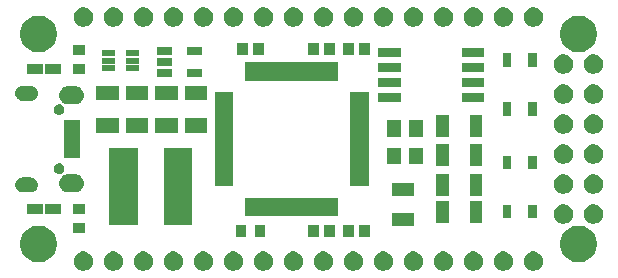
<source format=gts>
G04 #@! TF.GenerationSoftware,KiCad,Pcbnew,5.1.5-52549c5~84~ubuntu18.04.1*
G04 #@! TF.CreationDate,2019-12-30T17:09:38-05:00*
G04 #@! TF.ProjectId,junebug,6a756e65-6275-4672-9e6b-696361645f70,rev?*
G04 #@! TF.SameCoordinates,Original*
G04 #@! TF.FileFunction,Soldermask,Top*
G04 #@! TF.FilePolarity,Negative*
%FSLAX46Y46*%
G04 Gerber Fmt 4.6, Leading zero omitted, Abs format (unit mm)*
G04 Created by KiCad (PCBNEW 5.1.5-52549c5~84~ubuntu18.04.1) date 2019-12-30 17:09:38*
%MOMM*%
%LPD*%
G04 APERTURE LIST*
%ADD10C,0.100000*%
G04 APERTURE END LIST*
D10*
G36*
X82589419Y-96970742D02*
G01*
X82738795Y-97032616D01*
X82873230Y-97122443D01*
X82987557Y-97236770D01*
X83077384Y-97371205D01*
X83139258Y-97520581D01*
X83170800Y-97679158D01*
X83170800Y-97840842D01*
X83139258Y-97999419D01*
X83077384Y-98148795D01*
X82987557Y-98283230D01*
X82873230Y-98397557D01*
X82738795Y-98487384D01*
X82589419Y-98549258D01*
X82430842Y-98580800D01*
X82269158Y-98580800D01*
X82110581Y-98549258D01*
X81961205Y-98487384D01*
X81826770Y-98397557D01*
X81712443Y-98283230D01*
X81622616Y-98148795D01*
X81560742Y-97999419D01*
X81529200Y-97840842D01*
X81529200Y-97679158D01*
X81560742Y-97520581D01*
X81622616Y-97371205D01*
X81712443Y-97236770D01*
X81826770Y-97122443D01*
X81961205Y-97032616D01*
X82110581Y-96970742D01*
X82269158Y-96939200D01*
X82430842Y-96939200D01*
X82589419Y-96970742D01*
G37*
G36*
X102909419Y-96970742D02*
G01*
X103058795Y-97032616D01*
X103193230Y-97122443D01*
X103307557Y-97236770D01*
X103397384Y-97371205D01*
X103459258Y-97520581D01*
X103490800Y-97679158D01*
X103490800Y-97840842D01*
X103459258Y-97999419D01*
X103397384Y-98148795D01*
X103307557Y-98283230D01*
X103193230Y-98397557D01*
X103058795Y-98487384D01*
X102909419Y-98549258D01*
X102750842Y-98580800D01*
X102589158Y-98580800D01*
X102430581Y-98549258D01*
X102281205Y-98487384D01*
X102146770Y-98397557D01*
X102032443Y-98283230D01*
X101942616Y-98148795D01*
X101880742Y-97999419D01*
X101849200Y-97840842D01*
X101849200Y-97679158D01*
X101880742Y-97520581D01*
X101942616Y-97371205D01*
X102032443Y-97236770D01*
X102146770Y-97122443D01*
X102281205Y-97032616D01*
X102430581Y-96970742D01*
X102589158Y-96939200D01*
X102750842Y-96939200D01*
X102909419Y-96970742D01*
G37*
G36*
X120689419Y-96970742D02*
G01*
X120838795Y-97032616D01*
X120973230Y-97122443D01*
X121087557Y-97236770D01*
X121177384Y-97371205D01*
X121239258Y-97520581D01*
X121270800Y-97679158D01*
X121270800Y-97840842D01*
X121239258Y-97999419D01*
X121177384Y-98148795D01*
X121087557Y-98283230D01*
X120973230Y-98397557D01*
X120838795Y-98487384D01*
X120689419Y-98549258D01*
X120530842Y-98580800D01*
X120369158Y-98580800D01*
X120210581Y-98549258D01*
X120061205Y-98487384D01*
X119926770Y-98397557D01*
X119812443Y-98283230D01*
X119722616Y-98148795D01*
X119660742Y-97999419D01*
X119629200Y-97840842D01*
X119629200Y-97679158D01*
X119660742Y-97520581D01*
X119722616Y-97371205D01*
X119812443Y-97236770D01*
X119926770Y-97122443D01*
X120061205Y-97032616D01*
X120210581Y-96970742D01*
X120369158Y-96939200D01*
X120530842Y-96939200D01*
X120689419Y-96970742D01*
G37*
G36*
X115609419Y-96970742D02*
G01*
X115758795Y-97032616D01*
X115893230Y-97122443D01*
X116007557Y-97236770D01*
X116097384Y-97371205D01*
X116159258Y-97520581D01*
X116190800Y-97679158D01*
X116190800Y-97840842D01*
X116159258Y-97999419D01*
X116097384Y-98148795D01*
X116007557Y-98283230D01*
X115893230Y-98397557D01*
X115758795Y-98487384D01*
X115609419Y-98549258D01*
X115450842Y-98580800D01*
X115289158Y-98580800D01*
X115130581Y-98549258D01*
X114981205Y-98487384D01*
X114846770Y-98397557D01*
X114732443Y-98283230D01*
X114642616Y-98148795D01*
X114580742Y-97999419D01*
X114549200Y-97840842D01*
X114549200Y-97679158D01*
X114580742Y-97520581D01*
X114642616Y-97371205D01*
X114732443Y-97236770D01*
X114846770Y-97122443D01*
X114981205Y-97032616D01*
X115130581Y-96970742D01*
X115289158Y-96939200D01*
X115450842Y-96939200D01*
X115609419Y-96970742D01*
G37*
G36*
X113069419Y-96970742D02*
G01*
X113218795Y-97032616D01*
X113353230Y-97122443D01*
X113467557Y-97236770D01*
X113557384Y-97371205D01*
X113619258Y-97520581D01*
X113650800Y-97679158D01*
X113650800Y-97840842D01*
X113619258Y-97999419D01*
X113557384Y-98148795D01*
X113467557Y-98283230D01*
X113353230Y-98397557D01*
X113218795Y-98487384D01*
X113069419Y-98549258D01*
X112910842Y-98580800D01*
X112749158Y-98580800D01*
X112590581Y-98549258D01*
X112441205Y-98487384D01*
X112306770Y-98397557D01*
X112192443Y-98283230D01*
X112102616Y-98148795D01*
X112040742Y-97999419D01*
X112009200Y-97840842D01*
X112009200Y-97679158D01*
X112040742Y-97520581D01*
X112102616Y-97371205D01*
X112192443Y-97236770D01*
X112306770Y-97122443D01*
X112441205Y-97032616D01*
X112590581Y-96970742D01*
X112749158Y-96939200D01*
X112910842Y-96939200D01*
X113069419Y-96970742D01*
G37*
G36*
X110529419Y-96970742D02*
G01*
X110678795Y-97032616D01*
X110813230Y-97122443D01*
X110927557Y-97236770D01*
X111017384Y-97371205D01*
X111079258Y-97520581D01*
X111110800Y-97679158D01*
X111110800Y-97840842D01*
X111079258Y-97999419D01*
X111017384Y-98148795D01*
X110927557Y-98283230D01*
X110813230Y-98397557D01*
X110678795Y-98487384D01*
X110529419Y-98549258D01*
X110370842Y-98580800D01*
X110209158Y-98580800D01*
X110050581Y-98549258D01*
X109901205Y-98487384D01*
X109766770Y-98397557D01*
X109652443Y-98283230D01*
X109562616Y-98148795D01*
X109500742Y-97999419D01*
X109469200Y-97840842D01*
X109469200Y-97679158D01*
X109500742Y-97520581D01*
X109562616Y-97371205D01*
X109652443Y-97236770D01*
X109766770Y-97122443D01*
X109901205Y-97032616D01*
X110050581Y-96970742D01*
X110209158Y-96939200D01*
X110370842Y-96939200D01*
X110529419Y-96970742D01*
G37*
G36*
X107989419Y-96970742D02*
G01*
X108138795Y-97032616D01*
X108273230Y-97122443D01*
X108387557Y-97236770D01*
X108477384Y-97371205D01*
X108539258Y-97520581D01*
X108570800Y-97679158D01*
X108570800Y-97840842D01*
X108539258Y-97999419D01*
X108477384Y-98148795D01*
X108387557Y-98283230D01*
X108273230Y-98397557D01*
X108138795Y-98487384D01*
X107989419Y-98549258D01*
X107830842Y-98580800D01*
X107669158Y-98580800D01*
X107510581Y-98549258D01*
X107361205Y-98487384D01*
X107226770Y-98397557D01*
X107112443Y-98283230D01*
X107022616Y-98148795D01*
X106960742Y-97999419D01*
X106929200Y-97840842D01*
X106929200Y-97679158D01*
X106960742Y-97520581D01*
X107022616Y-97371205D01*
X107112443Y-97236770D01*
X107226770Y-97122443D01*
X107361205Y-97032616D01*
X107510581Y-96970742D01*
X107669158Y-96939200D01*
X107830842Y-96939200D01*
X107989419Y-96970742D01*
G37*
G36*
X105449419Y-96970742D02*
G01*
X105598795Y-97032616D01*
X105733230Y-97122443D01*
X105847557Y-97236770D01*
X105937384Y-97371205D01*
X105999258Y-97520581D01*
X106030800Y-97679158D01*
X106030800Y-97840842D01*
X105999258Y-97999419D01*
X105937384Y-98148795D01*
X105847557Y-98283230D01*
X105733230Y-98397557D01*
X105598795Y-98487384D01*
X105449419Y-98549258D01*
X105290842Y-98580800D01*
X105129158Y-98580800D01*
X104970581Y-98549258D01*
X104821205Y-98487384D01*
X104686770Y-98397557D01*
X104572443Y-98283230D01*
X104482616Y-98148795D01*
X104420742Y-97999419D01*
X104389200Y-97840842D01*
X104389200Y-97679158D01*
X104420742Y-97520581D01*
X104482616Y-97371205D01*
X104572443Y-97236770D01*
X104686770Y-97122443D01*
X104821205Y-97032616D01*
X104970581Y-96970742D01*
X105129158Y-96939200D01*
X105290842Y-96939200D01*
X105449419Y-96970742D01*
G37*
G36*
X118149419Y-96970742D02*
G01*
X118298795Y-97032616D01*
X118433230Y-97122443D01*
X118547557Y-97236770D01*
X118637384Y-97371205D01*
X118699258Y-97520581D01*
X118730800Y-97679158D01*
X118730800Y-97840842D01*
X118699258Y-97999419D01*
X118637384Y-98148795D01*
X118547557Y-98283230D01*
X118433230Y-98397557D01*
X118298795Y-98487384D01*
X118149419Y-98549258D01*
X117990842Y-98580800D01*
X117829158Y-98580800D01*
X117670581Y-98549258D01*
X117521205Y-98487384D01*
X117386770Y-98397557D01*
X117272443Y-98283230D01*
X117182616Y-98148795D01*
X117120742Y-97999419D01*
X117089200Y-97840842D01*
X117089200Y-97679158D01*
X117120742Y-97520581D01*
X117182616Y-97371205D01*
X117272443Y-97236770D01*
X117386770Y-97122443D01*
X117521205Y-97032616D01*
X117670581Y-96970742D01*
X117829158Y-96939200D01*
X117990842Y-96939200D01*
X118149419Y-96970742D01*
G37*
G36*
X97829419Y-96970742D02*
G01*
X97978795Y-97032616D01*
X98113230Y-97122443D01*
X98227557Y-97236770D01*
X98317384Y-97371205D01*
X98379258Y-97520581D01*
X98410800Y-97679158D01*
X98410800Y-97840842D01*
X98379258Y-97999419D01*
X98317384Y-98148795D01*
X98227557Y-98283230D01*
X98113230Y-98397557D01*
X97978795Y-98487384D01*
X97829419Y-98549258D01*
X97670842Y-98580800D01*
X97509158Y-98580800D01*
X97350581Y-98549258D01*
X97201205Y-98487384D01*
X97066770Y-98397557D01*
X96952443Y-98283230D01*
X96862616Y-98148795D01*
X96800742Y-97999419D01*
X96769200Y-97840842D01*
X96769200Y-97679158D01*
X96800742Y-97520581D01*
X96862616Y-97371205D01*
X96952443Y-97236770D01*
X97066770Y-97122443D01*
X97201205Y-97032616D01*
X97350581Y-96970742D01*
X97509158Y-96939200D01*
X97670842Y-96939200D01*
X97829419Y-96970742D01*
G37*
G36*
X100369419Y-96970742D02*
G01*
X100518795Y-97032616D01*
X100653230Y-97122443D01*
X100767557Y-97236770D01*
X100857384Y-97371205D01*
X100919258Y-97520581D01*
X100950800Y-97679158D01*
X100950800Y-97840842D01*
X100919258Y-97999419D01*
X100857384Y-98148795D01*
X100767557Y-98283230D01*
X100653230Y-98397557D01*
X100518795Y-98487384D01*
X100369419Y-98549258D01*
X100210842Y-98580800D01*
X100049158Y-98580800D01*
X99890581Y-98549258D01*
X99741205Y-98487384D01*
X99606770Y-98397557D01*
X99492443Y-98283230D01*
X99402616Y-98148795D01*
X99340742Y-97999419D01*
X99309200Y-97840842D01*
X99309200Y-97679158D01*
X99340742Y-97520581D01*
X99402616Y-97371205D01*
X99492443Y-97236770D01*
X99606770Y-97122443D01*
X99741205Y-97032616D01*
X99890581Y-96970742D01*
X100049158Y-96939200D01*
X100210842Y-96939200D01*
X100369419Y-96970742D01*
G37*
G36*
X85129419Y-96970742D02*
G01*
X85278795Y-97032616D01*
X85413230Y-97122443D01*
X85527557Y-97236770D01*
X85617384Y-97371205D01*
X85679258Y-97520581D01*
X85710800Y-97679158D01*
X85710800Y-97840842D01*
X85679258Y-97999419D01*
X85617384Y-98148795D01*
X85527557Y-98283230D01*
X85413230Y-98397557D01*
X85278795Y-98487384D01*
X85129419Y-98549258D01*
X84970842Y-98580800D01*
X84809158Y-98580800D01*
X84650581Y-98549258D01*
X84501205Y-98487384D01*
X84366770Y-98397557D01*
X84252443Y-98283230D01*
X84162616Y-98148795D01*
X84100742Y-97999419D01*
X84069200Y-97840842D01*
X84069200Y-97679158D01*
X84100742Y-97520581D01*
X84162616Y-97371205D01*
X84252443Y-97236770D01*
X84366770Y-97122443D01*
X84501205Y-97032616D01*
X84650581Y-96970742D01*
X84809158Y-96939200D01*
X84970842Y-96939200D01*
X85129419Y-96970742D01*
G37*
G36*
X87669419Y-96970742D02*
G01*
X87818795Y-97032616D01*
X87953230Y-97122443D01*
X88067557Y-97236770D01*
X88157384Y-97371205D01*
X88219258Y-97520581D01*
X88250800Y-97679158D01*
X88250800Y-97840842D01*
X88219258Y-97999419D01*
X88157384Y-98148795D01*
X88067557Y-98283230D01*
X87953230Y-98397557D01*
X87818795Y-98487384D01*
X87669419Y-98549258D01*
X87510842Y-98580800D01*
X87349158Y-98580800D01*
X87190581Y-98549258D01*
X87041205Y-98487384D01*
X86906770Y-98397557D01*
X86792443Y-98283230D01*
X86702616Y-98148795D01*
X86640742Y-97999419D01*
X86609200Y-97840842D01*
X86609200Y-97679158D01*
X86640742Y-97520581D01*
X86702616Y-97371205D01*
X86792443Y-97236770D01*
X86906770Y-97122443D01*
X87041205Y-97032616D01*
X87190581Y-96970742D01*
X87349158Y-96939200D01*
X87510842Y-96939200D01*
X87669419Y-96970742D01*
G37*
G36*
X92749419Y-96970742D02*
G01*
X92898795Y-97032616D01*
X93033230Y-97122443D01*
X93147557Y-97236770D01*
X93237384Y-97371205D01*
X93299258Y-97520581D01*
X93330800Y-97679158D01*
X93330800Y-97840842D01*
X93299258Y-97999419D01*
X93237384Y-98148795D01*
X93147557Y-98283230D01*
X93033230Y-98397557D01*
X92898795Y-98487384D01*
X92749419Y-98549258D01*
X92590842Y-98580800D01*
X92429158Y-98580800D01*
X92270581Y-98549258D01*
X92121205Y-98487384D01*
X91986770Y-98397557D01*
X91872443Y-98283230D01*
X91782616Y-98148795D01*
X91720742Y-97999419D01*
X91689200Y-97840842D01*
X91689200Y-97679158D01*
X91720742Y-97520581D01*
X91782616Y-97371205D01*
X91872443Y-97236770D01*
X91986770Y-97122443D01*
X92121205Y-97032616D01*
X92270581Y-96970742D01*
X92429158Y-96939200D01*
X92590842Y-96939200D01*
X92749419Y-96970742D01*
G37*
G36*
X95289419Y-96970742D02*
G01*
X95438795Y-97032616D01*
X95573230Y-97122443D01*
X95687557Y-97236770D01*
X95777384Y-97371205D01*
X95839258Y-97520581D01*
X95870800Y-97679158D01*
X95870800Y-97840842D01*
X95839258Y-97999419D01*
X95777384Y-98148795D01*
X95687557Y-98283230D01*
X95573230Y-98397557D01*
X95438795Y-98487384D01*
X95289419Y-98549258D01*
X95130842Y-98580800D01*
X94969158Y-98580800D01*
X94810581Y-98549258D01*
X94661205Y-98487384D01*
X94526770Y-98397557D01*
X94412443Y-98283230D01*
X94322616Y-98148795D01*
X94260742Y-97999419D01*
X94229200Y-97840842D01*
X94229200Y-97679158D01*
X94260742Y-97520581D01*
X94322616Y-97371205D01*
X94412443Y-97236770D01*
X94526770Y-97122443D01*
X94661205Y-97032616D01*
X94810581Y-96970742D01*
X94969158Y-96939200D01*
X95130842Y-96939200D01*
X95289419Y-96970742D01*
G37*
G36*
X90209419Y-96970742D02*
G01*
X90358795Y-97032616D01*
X90493230Y-97122443D01*
X90607557Y-97236770D01*
X90697384Y-97371205D01*
X90759258Y-97520581D01*
X90790800Y-97679158D01*
X90790800Y-97840842D01*
X90759258Y-97999419D01*
X90697384Y-98148795D01*
X90607557Y-98283230D01*
X90493230Y-98397557D01*
X90358795Y-98487384D01*
X90209419Y-98549258D01*
X90050842Y-98580800D01*
X89889158Y-98580800D01*
X89730581Y-98549258D01*
X89581205Y-98487384D01*
X89446770Y-98397557D01*
X89332443Y-98283230D01*
X89242616Y-98148795D01*
X89180742Y-97999419D01*
X89149200Y-97840842D01*
X89149200Y-97679158D01*
X89180742Y-97520581D01*
X89242616Y-97371205D01*
X89332443Y-97236770D01*
X89446770Y-97122443D01*
X89581205Y-97032616D01*
X89730581Y-96970742D01*
X89889158Y-96939200D01*
X90050842Y-96939200D01*
X90209419Y-96970742D01*
G37*
G36*
X124712352Y-94828796D02*
G01*
X124994579Y-94945699D01*
X125248578Y-95115415D01*
X125464585Y-95331422D01*
X125634301Y-95585421D01*
X125751204Y-95867648D01*
X125810800Y-96167259D01*
X125810800Y-96472741D01*
X125751204Y-96772352D01*
X125634301Y-97054579D01*
X125464585Y-97308578D01*
X125248578Y-97524585D01*
X124994579Y-97694301D01*
X124712352Y-97811204D01*
X124412741Y-97870800D01*
X124107259Y-97870800D01*
X123807648Y-97811204D01*
X123525421Y-97694301D01*
X123271422Y-97524585D01*
X123055415Y-97308578D01*
X122885699Y-97054579D01*
X122768796Y-96772352D01*
X122709200Y-96472741D01*
X122709200Y-96167259D01*
X122768796Y-95867648D01*
X122885699Y-95585421D01*
X123055415Y-95331422D01*
X123271422Y-95115415D01*
X123525421Y-94945699D01*
X123807648Y-94828796D01*
X124107259Y-94769200D01*
X124412741Y-94769200D01*
X124712352Y-94828796D01*
G37*
G36*
X78992352Y-94828796D02*
G01*
X79274579Y-94945699D01*
X79528578Y-95115415D01*
X79744585Y-95331422D01*
X79914301Y-95585421D01*
X80031204Y-95867648D01*
X80090800Y-96167259D01*
X80090800Y-96472741D01*
X80031204Y-96772352D01*
X79914301Y-97054579D01*
X79744585Y-97308578D01*
X79528578Y-97524585D01*
X79274579Y-97694301D01*
X78992352Y-97811204D01*
X78692741Y-97870800D01*
X78387259Y-97870800D01*
X78087648Y-97811204D01*
X77805421Y-97694301D01*
X77551422Y-97524585D01*
X77335415Y-97308578D01*
X77165699Y-97054579D01*
X77048796Y-96772352D01*
X76989200Y-96472741D01*
X76989200Y-96167259D01*
X77048796Y-95867648D01*
X77165699Y-95585421D01*
X77335415Y-95331422D01*
X77551422Y-95115415D01*
X77805421Y-94945699D01*
X78087648Y-94828796D01*
X78387259Y-94769200D01*
X78692741Y-94769200D01*
X78992352Y-94828796D01*
G37*
G36*
X96150800Y-95725800D02*
G01*
X95249200Y-95725800D01*
X95249200Y-94674200D01*
X96150800Y-94674200D01*
X96150800Y-95725800D01*
G37*
G36*
X97750800Y-95725800D02*
G01*
X96849200Y-95725800D01*
X96849200Y-94674200D01*
X97750800Y-94674200D01*
X97750800Y-95725800D01*
G37*
G36*
X105305800Y-95720800D02*
G01*
X104374200Y-95720800D01*
X104374200Y-94679200D01*
X105305800Y-94679200D01*
X105305800Y-95720800D01*
G37*
G36*
X106625800Y-95720800D02*
G01*
X105694200Y-95720800D01*
X105694200Y-94679200D01*
X106625800Y-94679200D01*
X106625800Y-95720800D01*
G37*
G36*
X102305800Y-95720800D02*
G01*
X101374200Y-95720800D01*
X101374200Y-94679200D01*
X102305800Y-94679200D01*
X102305800Y-95720800D01*
G37*
G36*
X103625800Y-95720800D02*
G01*
X102694200Y-95720800D01*
X102694200Y-94679200D01*
X103625800Y-94679200D01*
X103625800Y-95720800D01*
G37*
G36*
X82525800Y-95410800D02*
G01*
X81474200Y-95410800D01*
X81474200Y-94509200D01*
X82525800Y-94509200D01*
X82525800Y-95410800D01*
G37*
G36*
X110350800Y-94825800D02*
G01*
X108449200Y-94825800D01*
X108449200Y-93724200D01*
X110350800Y-93724200D01*
X110350800Y-94825800D01*
G37*
G36*
X91550800Y-94700800D02*
G01*
X89149200Y-94700800D01*
X89149200Y-88199200D01*
X91550800Y-88199200D01*
X91550800Y-94700800D01*
G37*
G36*
X86950800Y-94700800D02*
G01*
X84549200Y-94700800D01*
X84549200Y-88199200D01*
X86950800Y-88199200D01*
X86950800Y-94700800D01*
G37*
G36*
X125769419Y-92990742D02*
G01*
X125918795Y-93052616D01*
X126053230Y-93142443D01*
X126167557Y-93256770D01*
X126257384Y-93391205D01*
X126319258Y-93540581D01*
X126350800Y-93699158D01*
X126350800Y-93860842D01*
X126319258Y-94019419D01*
X126257384Y-94168795D01*
X126167557Y-94303230D01*
X126053230Y-94417557D01*
X125918795Y-94507384D01*
X125769419Y-94569258D01*
X125610842Y-94600800D01*
X125449158Y-94600800D01*
X125290581Y-94569258D01*
X125141205Y-94507384D01*
X125006770Y-94417557D01*
X124892443Y-94303230D01*
X124802616Y-94168795D01*
X124740742Y-94019419D01*
X124709200Y-93860842D01*
X124709200Y-93699158D01*
X124740742Y-93540581D01*
X124802616Y-93391205D01*
X124892443Y-93256770D01*
X125006770Y-93142443D01*
X125141205Y-93052616D01*
X125290581Y-92990742D01*
X125449158Y-92959200D01*
X125610842Y-92959200D01*
X125769419Y-92990742D01*
G37*
G36*
X123229419Y-92990742D02*
G01*
X123378795Y-93052616D01*
X123513230Y-93142443D01*
X123627557Y-93256770D01*
X123717384Y-93391205D01*
X123779258Y-93540581D01*
X123810800Y-93699158D01*
X123810800Y-93860842D01*
X123779258Y-94019419D01*
X123717384Y-94168795D01*
X123627557Y-94303230D01*
X123513230Y-94417557D01*
X123378795Y-94507384D01*
X123229419Y-94569258D01*
X123070842Y-94600800D01*
X122909158Y-94600800D01*
X122750581Y-94569258D01*
X122601205Y-94507384D01*
X122466770Y-94417557D01*
X122352443Y-94303230D01*
X122262616Y-94168795D01*
X122200742Y-94019419D01*
X122169200Y-93860842D01*
X122169200Y-93699158D01*
X122200742Y-93540581D01*
X122262616Y-93391205D01*
X122352443Y-93256770D01*
X122466770Y-93142443D01*
X122601205Y-93052616D01*
X122750581Y-92990742D01*
X122909158Y-92959200D01*
X123070842Y-92959200D01*
X123229419Y-92990742D01*
G37*
G36*
X116145800Y-94540800D02*
G01*
X115054200Y-94540800D01*
X115054200Y-92659200D01*
X116145800Y-92659200D01*
X116145800Y-94540800D01*
G37*
G36*
X113345800Y-94540800D02*
G01*
X112254200Y-94540800D01*
X112254200Y-92659200D01*
X113345800Y-92659200D01*
X113345800Y-94540800D01*
G37*
G36*
X120750800Y-94150800D02*
G01*
X119999200Y-94150800D01*
X119999200Y-92999200D01*
X120750800Y-92999200D01*
X120750800Y-94150800D01*
G37*
G36*
X118600800Y-94150800D02*
G01*
X117849200Y-94150800D01*
X117849200Y-92999200D01*
X118600800Y-92999200D01*
X118600800Y-94150800D01*
G37*
G36*
X103950800Y-93956300D02*
G01*
X96049200Y-93956300D01*
X96049200Y-92379700D01*
X103950800Y-92379700D01*
X103950800Y-93956300D01*
G37*
G36*
X82525800Y-93810800D02*
G01*
X81474200Y-93810800D01*
X81474200Y-92909200D01*
X82525800Y-92909200D01*
X82525800Y-93810800D01*
G37*
G36*
X78925800Y-93785800D02*
G01*
X77574200Y-93785800D01*
X77574200Y-92934200D01*
X78925800Y-92934200D01*
X78925800Y-93785800D01*
G37*
G36*
X80425800Y-93785800D02*
G01*
X79074200Y-93785800D01*
X79074200Y-92934200D01*
X80425800Y-92934200D01*
X80425800Y-93785800D01*
G37*
G36*
X110350800Y-92275800D02*
G01*
X108449200Y-92275800D01*
X108449200Y-91174200D01*
X110350800Y-91174200D01*
X110350800Y-92275800D01*
G37*
G36*
X116145800Y-92240800D02*
G01*
X115054200Y-92240800D01*
X115054200Y-90359200D01*
X116145800Y-90359200D01*
X116145800Y-92240800D01*
G37*
G36*
X113345800Y-92240800D02*
G01*
X112254200Y-92240800D01*
X112254200Y-90359200D01*
X113345800Y-90359200D01*
X113345800Y-92240800D01*
G37*
G36*
X125769419Y-90450742D02*
G01*
X125918795Y-90512616D01*
X126053230Y-90602443D01*
X126167557Y-90716770D01*
X126257384Y-90851205D01*
X126319258Y-91000581D01*
X126350800Y-91159158D01*
X126350800Y-91320842D01*
X126319258Y-91479419D01*
X126257384Y-91628795D01*
X126167557Y-91763230D01*
X126053230Y-91877557D01*
X125918795Y-91967384D01*
X125769419Y-92029258D01*
X125610842Y-92060800D01*
X125449158Y-92060800D01*
X125290581Y-92029258D01*
X125141205Y-91967384D01*
X125006770Y-91877557D01*
X124892443Y-91763230D01*
X124802616Y-91628795D01*
X124740742Y-91479419D01*
X124709200Y-91320842D01*
X124709200Y-91159158D01*
X124740742Y-91000581D01*
X124802616Y-90851205D01*
X124892443Y-90716770D01*
X125006770Y-90602443D01*
X125141205Y-90512616D01*
X125290581Y-90450742D01*
X125449158Y-90419200D01*
X125610842Y-90419200D01*
X125769419Y-90450742D01*
G37*
G36*
X123229419Y-90450742D02*
G01*
X123378795Y-90512616D01*
X123513230Y-90602443D01*
X123627557Y-90716770D01*
X123717384Y-90851205D01*
X123779258Y-91000581D01*
X123810800Y-91159158D01*
X123810800Y-91320842D01*
X123779258Y-91479419D01*
X123717384Y-91628795D01*
X123627557Y-91763230D01*
X123513230Y-91877557D01*
X123378795Y-91967384D01*
X123229419Y-92029258D01*
X123070842Y-92060800D01*
X122909158Y-92060800D01*
X122750581Y-92029258D01*
X122601205Y-91967384D01*
X122466770Y-91877557D01*
X122352443Y-91763230D01*
X122262616Y-91628795D01*
X122200742Y-91479419D01*
X122169200Y-91320842D01*
X122169200Y-91159158D01*
X122200742Y-91000581D01*
X122262616Y-90851205D01*
X122352443Y-90716770D01*
X122466770Y-90602443D01*
X122601205Y-90512616D01*
X122750581Y-90450742D01*
X122909158Y-90419200D01*
X123070842Y-90419200D01*
X123229419Y-90450742D01*
G37*
G36*
X77997674Y-90688255D02*
G01*
X77997677Y-90688256D01*
X77997678Y-90688256D01*
X78046390Y-90703033D01*
X78115643Y-90724040D01*
X78170000Y-90753094D01*
X78224358Y-90782149D01*
X78319648Y-90860352D01*
X78397851Y-90955642D01*
X78410443Y-90979200D01*
X78455960Y-91064357D01*
X78491745Y-91182326D01*
X78503828Y-91305000D01*
X78491745Y-91427674D01*
X78455960Y-91545643D01*
X78433268Y-91588096D01*
X78397851Y-91654358D01*
X78319648Y-91749648D01*
X78224358Y-91827851D01*
X78170000Y-91856905D01*
X78115643Y-91885960D01*
X78046390Y-91906967D01*
X77997678Y-91921744D01*
X77997677Y-91921744D01*
X77997674Y-91921745D01*
X77905738Y-91930800D01*
X77194262Y-91930800D01*
X77102326Y-91921745D01*
X77102323Y-91921744D01*
X77102322Y-91921744D01*
X77053610Y-91906967D01*
X76984357Y-91885960D01*
X76930000Y-91856905D01*
X76875642Y-91827851D01*
X76780352Y-91749648D01*
X76702149Y-91654358D01*
X76666732Y-91588096D01*
X76644040Y-91545643D01*
X76608255Y-91427674D01*
X76596172Y-91305000D01*
X76608255Y-91182326D01*
X76644040Y-91064357D01*
X76689557Y-90979200D01*
X76702149Y-90955642D01*
X76780352Y-90860352D01*
X76875642Y-90782149D01*
X76930000Y-90753094D01*
X76984357Y-90724040D01*
X77053610Y-90703033D01*
X77102322Y-90688256D01*
X77102323Y-90688256D01*
X77102326Y-90688255D01*
X77194262Y-90679200D01*
X77905738Y-90679200D01*
X77997674Y-90688255D01*
G37*
G36*
X81777080Y-90390425D02*
G01*
X81777083Y-90390426D01*
X81923322Y-90434787D01*
X82058096Y-90506825D01*
X82176227Y-90603773D01*
X82273175Y-90721904D01*
X82345213Y-90856678D01*
X82382380Y-90979200D01*
X82389575Y-91002920D01*
X82404554Y-91155000D01*
X82389575Y-91307080D01*
X82389574Y-91307083D01*
X82345213Y-91453322D01*
X82273175Y-91588096D01*
X82176227Y-91706227D01*
X82058096Y-91803175D01*
X81923322Y-91875213D01*
X81793805Y-91914501D01*
X81777080Y-91919575D01*
X81663110Y-91930800D01*
X81036890Y-91930800D01*
X80922920Y-91919575D01*
X80906195Y-91914501D01*
X80776678Y-91875213D01*
X80641904Y-91803175D01*
X80523773Y-91706227D01*
X80426825Y-91588096D01*
X80354787Y-91453322D01*
X80310426Y-91307083D01*
X80310425Y-91307080D01*
X80295446Y-91155000D01*
X80310425Y-91002920D01*
X80317620Y-90979200D01*
X80354787Y-90856678D01*
X80426825Y-90721904D01*
X80523773Y-90603773D01*
X80641904Y-90506825D01*
X80776678Y-90434787D01*
X80922917Y-90390426D01*
X80922920Y-90390425D01*
X81036890Y-90379200D01*
X81663110Y-90379200D01*
X81777080Y-90390425D01*
G37*
G36*
X106526300Y-91380800D02*
G01*
X104949700Y-91380800D01*
X104949700Y-83479200D01*
X106526300Y-83479200D01*
X106526300Y-91380800D01*
G37*
G36*
X95050300Y-91380800D02*
G01*
X93473700Y-91380800D01*
X93473700Y-83479200D01*
X95050300Y-83479200D01*
X95050300Y-91380800D01*
G37*
G36*
X80431494Y-89496524D02*
G01*
X80472513Y-89513515D01*
X80513534Y-89530506D01*
X80562646Y-89563322D01*
X80587370Y-89579842D01*
X80650158Y-89642630D01*
X80650159Y-89642632D01*
X80699494Y-89716466D01*
X80733476Y-89798507D01*
X80750800Y-89885600D01*
X80750800Y-89974400D01*
X80733476Y-90061493D01*
X80699494Y-90143534D01*
X80666678Y-90192646D01*
X80650158Y-90217370D01*
X80587370Y-90280158D01*
X80562646Y-90296678D01*
X80513534Y-90329494D01*
X80431494Y-90363476D01*
X80344400Y-90380800D01*
X80255600Y-90380800D01*
X80168506Y-90363476D01*
X80086466Y-90329494D01*
X80037354Y-90296678D01*
X80012630Y-90280158D01*
X79949842Y-90217370D01*
X79933322Y-90192646D01*
X79900506Y-90143534D01*
X79866524Y-90061493D01*
X79849200Y-89974400D01*
X79849200Y-89885600D01*
X79866524Y-89798507D01*
X79900506Y-89716466D01*
X79949841Y-89642632D01*
X79949842Y-89642630D01*
X80012630Y-89579842D01*
X80037354Y-89563322D01*
X80086466Y-89530506D01*
X80168506Y-89496524D01*
X80255600Y-89479200D01*
X80344400Y-89479200D01*
X80431494Y-89496524D01*
G37*
G36*
X120750800Y-90000800D02*
G01*
X119999200Y-90000800D01*
X119999200Y-88849200D01*
X120750800Y-88849200D01*
X120750800Y-90000800D01*
G37*
G36*
X118600800Y-90000800D02*
G01*
X117849200Y-90000800D01*
X117849200Y-88849200D01*
X118600800Y-88849200D01*
X118600800Y-90000800D01*
G37*
G36*
X116145800Y-89740800D02*
G01*
X115054200Y-89740800D01*
X115054200Y-87859200D01*
X116145800Y-87859200D01*
X116145800Y-89740800D01*
G37*
G36*
X113345800Y-89740800D02*
G01*
X112254200Y-89740800D01*
X112254200Y-87859200D01*
X113345800Y-87859200D01*
X113345800Y-89740800D01*
G37*
G36*
X109250800Y-89550800D02*
G01*
X108049200Y-89550800D01*
X108049200Y-88149200D01*
X109250800Y-88149200D01*
X109250800Y-89550800D01*
G37*
G36*
X111150800Y-89550800D02*
G01*
X109949200Y-89550800D01*
X109949200Y-88149200D01*
X111150800Y-88149200D01*
X111150800Y-89550800D01*
G37*
G36*
X123229419Y-87910742D02*
G01*
X123378795Y-87972616D01*
X123513230Y-88062443D01*
X123627557Y-88176770D01*
X123717384Y-88311205D01*
X123779258Y-88460581D01*
X123810800Y-88619158D01*
X123810800Y-88780842D01*
X123779258Y-88939419D01*
X123717384Y-89088795D01*
X123627557Y-89223230D01*
X123513230Y-89337557D01*
X123378795Y-89427384D01*
X123229419Y-89489258D01*
X123070842Y-89520800D01*
X122909158Y-89520800D01*
X122750581Y-89489258D01*
X122601205Y-89427384D01*
X122466770Y-89337557D01*
X122352443Y-89223230D01*
X122262616Y-89088795D01*
X122200742Y-88939419D01*
X122169200Y-88780842D01*
X122169200Y-88619158D01*
X122200742Y-88460581D01*
X122262616Y-88311205D01*
X122352443Y-88176770D01*
X122466770Y-88062443D01*
X122601205Y-87972616D01*
X122750581Y-87910742D01*
X122909158Y-87879200D01*
X123070842Y-87879200D01*
X123229419Y-87910742D01*
G37*
G36*
X125769419Y-87910742D02*
G01*
X125918795Y-87972616D01*
X126053230Y-88062443D01*
X126167557Y-88176770D01*
X126257384Y-88311205D01*
X126319258Y-88460581D01*
X126350800Y-88619158D01*
X126350800Y-88780842D01*
X126319258Y-88939419D01*
X126257384Y-89088795D01*
X126167557Y-89223230D01*
X126053230Y-89337557D01*
X125918795Y-89427384D01*
X125769419Y-89489258D01*
X125610842Y-89520800D01*
X125449158Y-89520800D01*
X125290581Y-89489258D01*
X125141205Y-89427384D01*
X125006770Y-89337557D01*
X124892443Y-89223230D01*
X124802616Y-89088795D01*
X124740742Y-88939419D01*
X124709200Y-88780842D01*
X124709200Y-88619158D01*
X124740742Y-88460581D01*
X124802616Y-88311205D01*
X124892443Y-88176770D01*
X125006770Y-88062443D01*
X125141205Y-87972616D01*
X125290581Y-87910742D01*
X125449158Y-87879200D01*
X125610842Y-87879200D01*
X125769419Y-87910742D01*
G37*
G36*
X82100800Y-89005800D02*
G01*
X80699200Y-89005800D01*
X80699200Y-85854200D01*
X82100800Y-85854200D01*
X82100800Y-89005800D01*
G37*
G36*
X111150800Y-87250800D02*
G01*
X109949200Y-87250800D01*
X109949200Y-85849200D01*
X111150800Y-85849200D01*
X111150800Y-87250800D01*
G37*
G36*
X109250800Y-87250800D02*
G01*
X108049200Y-87250800D01*
X108049200Y-85849200D01*
X109250800Y-85849200D01*
X109250800Y-87250800D01*
G37*
G36*
X116145800Y-87240800D02*
G01*
X115054200Y-87240800D01*
X115054200Y-85359200D01*
X116145800Y-85359200D01*
X116145800Y-87240800D01*
G37*
G36*
X113345800Y-87240800D02*
G01*
X112254200Y-87240800D01*
X112254200Y-85359200D01*
X113345800Y-85359200D01*
X113345800Y-87240800D01*
G37*
G36*
X125769419Y-85370742D02*
G01*
X125918795Y-85432616D01*
X126053230Y-85522443D01*
X126167557Y-85636770D01*
X126257384Y-85771205D01*
X126319258Y-85920581D01*
X126350800Y-86079158D01*
X126350800Y-86240842D01*
X126319258Y-86399419D01*
X126257384Y-86548795D01*
X126167557Y-86683230D01*
X126053230Y-86797557D01*
X125918795Y-86887384D01*
X125769419Y-86949258D01*
X125610842Y-86980800D01*
X125449158Y-86980800D01*
X125290581Y-86949258D01*
X125141205Y-86887384D01*
X125006770Y-86797557D01*
X124892443Y-86683230D01*
X124802616Y-86548795D01*
X124740742Y-86399419D01*
X124709200Y-86240842D01*
X124709200Y-86079158D01*
X124740742Y-85920581D01*
X124802616Y-85771205D01*
X124892443Y-85636770D01*
X125006770Y-85522443D01*
X125141205Y-85432616D01*
X125290581Y-85370742D01*
X125449158Y-85339200D01*
X125610842Y-85339200D01*
X125769419Y-85370742D01*
G37*
G36*
X123229419Y-85370742D02*
G01*
X123378795Y-85432616D01*
X123513230Y-85522443D01*
X123627557Y-85636770D01*
X123717384Y-85771205D01*
X123779258Y-85920581D01*
X123810800Y-86079158D01*
X123810800Y-86240842D01*
X123779258Y-86399419D01*
X123717384Y-86548795D01*
X123627557Y-86683230D01*
X123513230Y-86797557D01*
X123378795Y-86887384D01*
X123229419Y-86949258D01*
X123070842Y-86980800D01*
X122909158Y-86980800D01*
X122750581Y-86949258D01*
X122601205Y-86887384D01*
X122466770Y-86797557D01*
X122352443Y-86683230D01*
X122262616Y-86548795D01*
X122200742Y-86399419D01*
X122169200Y-86240842D01*
X122169200Y-86079158D01*
X122200742Y-85920581D01*
X122262616Y-85771205D01*
X122352443Y-85636770D01*
X122466770Y-85522443D01*
X122601205Y-85432616D01*
X122750581Y-85370742D01*
X122909158Y-85339200D01*
X123070842Y-85339200D01*
X123229419Y-85370742D01*
G37*
G36*
X87860800Y-86905800D02*
G01*
X85939200Y-86905800D01*
X85939200Y-85674200D01*
X87860800Y-85674200D01*
X87860800Y-86905800D01*
G37*
G36*
X90360800Y-86905800D02*
G01*
X88439200Y-86905800D01*
X88439200Y-85674200D01*
X90360800Y-85674200D01*
X90360800Y-86905800D01*
G37*
G36*
X92860800Y-86905800D02*
G01*
X90939200Y-86905800D01*
X90939200Y-85674200D01*
X92860800Y-85674200D01*
X92860800Y-86905800D01*
G37*
G36*
X85360800Y-86905800D02*
G01*
X83439200Y-86905800D01*
X83439200Y-85674200D01*
X85360800Y-85674200D01*
X85360800Y-86905800D01*
G37*
G36*
X118600800Y-85450800D02*
G01*
X117849200Y-85450800D01*
X117849200Y-84299200D01*
X118600800Y-84299200D01*
X118600800Y-85450800D01*
G37*
G36*
X120750800Y-85450800D02*
G01*
X119999200Y-85450800D01*
X119999200Y-84299200D01*
X120750800Y-84299200D01*
X120750800Y-85450800D01*
G37*
G36*
X80431494Y-84496524D02*
G01*
X80513534Y-84530506D01*
X80562646Y-84563322D01*
X80587370Y-84579842D01*
X80650158Y-84642630D01*
X80650159Y-84642632D01*
X80699494Y-84716466D01*
X80733476Y-84798507D01*
X80750800Y-84885600D01*
X80750800Y-84974400D01*
X80733476Y-85061493D01*
X80699494Y-85143534D01*
X80666678Y-85192646D01*
X80650158Y-85217370D01*
X80587370Y-85280158D01*
X80562646Y-85296678D01*
X80513534Y-85329494D01*
X80490101Y-85339200D01*
X80431494Y-85363476D01*
X80344400Y-85380800D01*
X80255600Y-85380800D01*
X80168506Y-85363476D01*
X80109899Y-85339200D01*
X80086466Y-85329494D01*
X80037354Y-85296678D01*
X80012630Y-85280158D01*
X79949842Y-85217370D01*
X79933322Y-85192646D01*
X79900506Y-85143534D01*
X79866524Y-85061493D01*
X79849200Y-84974400D01*
X79849200Y-84885600D01*
X79866524Y-84798507D01*
X79900506Y-84716466D01*
X79949841Y-84642632D01*
X79949842Y-84642630D01*
X80012630Y-84579842D01*
X80037354Y-84563322D01*
X80086466Y-84530506D01*
X80127487Y-84513515D01*
X80168506Y-84496524D01*
X80255600Y-84479200D01*
X80344400Y-84479200D01*
X80431494Y-84496524D01*
G37*
G36*
X81777080Y-82940425D02*
G01*
X81777083Y-82940426D01*
X81923322Y-82984787D01*
X82058096Y-83056825D01*
X82176227Y-83153773D01*
X82273175Y-83271904D01*
X82345213Y-83406678D01*
X82352993Y-83432326D01*
X82389575Y-83552920D01*
X82404554Y-83705000D01*
X82389575Y-83857080D01*
X82389574Y-83857083D01*
X82345213Y-84003322D01*
X82273175Y-84138096D01*
X82176227Y-84256227D01*
X82058096Y-84353175D01*
X81923322Y-84425213D01*
X81793805Y-84464501D01*
X81777080Y-84469575D01*
X81663110Y-84480800D01*
X81036890Y-84480800D01*
X80922920Y-84469575D01*
X80906195Y-84464501D01*
X80776678Y-84425213D01*
X80641904Y-84353175D01*
X80523773Y-84256227D01*
X80426825Y-84138096D01*
X80354787Y-84003322D01*
X80310426Y-83857083D01*
X80310425Y-83857080D01*
X80295446Y-83705000D01*
X80310425Y-83552920D01*
X80347007Y-83432326D01*
X80354787Y-83406678D01*
X80426825Y-83271904D01*
X80523773Y-83153773D01*
X80641904Y-83056825D01*
X80776678Y-82984787D01*
X80922917Y-82940426D01*
X80922920Y-82940425D01*
X81036890Y-82929200D01*
X81663110Y-82929200D01*
X81777080Y-82940425D01*
G37*
G36*
X125769419Y-82830742D02*
G01*
X125918795Y-82892616D01*
X126053230Y-82982443D01*
X126167557Y-83096770D01*
X126257384Y-83231205D01*
X126319258Y-83380581D01*
X126350800Y-83539158D01*
X126350800Y-83700842D01*
X126319258Y-83859419D01*
X126257384Y-84008795D01*
X126167557Y-84143230D01*
X126053230Y-84257557D01*
X125918795Y-84347384D01*
X125769419Y-84409258D01*
X125610842Y-84440800D01*
X125449158Y-84440800D01*
X125290581Y-84409258D01*
X125141205Y-84347384D01*
X125006770Y-84257557D01*
X124892443Y-84143230D01*
X124802616Y-84008795D01*
X124740742Y-83859419D01*
X124709200Y-83700842D01*
X124709200Y-83539158D01*
X124740742Y-83380581D01*
X124802616Y-83231205D01*
X124892443Y-83096770D01*
X125006770Y-82982443D01*
X125141205Y-82892616D01*
X125290581Y-82830742D01*
X125449158Y-82799200D01*
X125610842Y-82799200D01*
X125769419Y-82830742D01*
G37*
G36*
X123229419Y-82830742D02*
G01*
X123378795Y-82892616D01*
X123513230Y-82982443D01*
X123627557Y-83096770D01*
X123717384Y-83231205D01*
X123779258Y-83380581D01*
X123810800Y-83539158D01*
X123810800Y-83700842D01*
X123779258Y-83859419D01*
X123717384Y-84008795D01*
X123627557Y-84143230D01*
X123513230Y-84257557D01*
X123378795Y-84347384D01*
X123229419Y-84409258D01*
X123070842Y-84440800D01*
X122909158Y-84440800D01*
X122750581Y-84409258D01*
X122601205Y-84347384D01*
X122466770Y-84257557D01*
X122352443Y-84143230D01*
X122262616Y-84008795D01*
X122200742Y-83859419D01*
X122169200Y-83700842D01*
X122169200Y-83539158D01*
X122200742Y-83380581D01*
X122262616Y-83231205D01*
X122352443Y-83096770D01*
X122466770Y-82982443D01*
X122601205Y-82892616D01*
X122750581Y-82830742D01*
X122909158Y-82799200D01*
X123070842Y-82799200D01*
X123229419Y-82830742D01*
G37*
G36*
X109211300Y-84280800D02*
G01*
X107324700Y-84280800D01*
X107324700Y-83529200D01*
X109211300Y-83529200D01*
X109211300Y-84280800D01*
G37*
G36*
X116275300Y-84280800D02*
G01*
X114388700Y-84280800D01*
X114388700Y-83529200D01*
X116275300Y-83529200D01*
X116275300Y-84280800D01*
G37*
G36*
X77997674Y-82938255D02*
G01*
X77997677Y-82938256D01*
X77997678Y-82938256D01*
X78046390Y-82953033D01*
X78115643Y-82974040D01*
X78170000Y-83003095D01*
X78224358Y-83032149D01*
X78319648Y-83110352D01*
X78397851Y-83205642D01*
X78411514Y-83231205D01*
X78455960Y-83314357D01*
X78491745Y-83432326D01*
X78503828Y-83555000D01*
X78491745Y-83677674D01*
X78455960Y-83795643D01*
X78426906Y-83850000D01*
X78397851Y-83904358D01*
X78319648Y-83999648D01*
X78224358Y-84077851D01*
X78170000Y-84106905D01*
X78115643Y-84135960D01*
X78091673Y-84143231D01*
X77997678Y-84171744D01*
X77997677Y-84171744D01*
X77997674Y-84171745D01*
X77905738Y-84180800D01*
X77194262Y-84180800D01*
X77102326Y-84171745D01*
X77102323Y-84171744D01*
X77102322Y-84171744D01*
X77008327Y-84143231D01*
X76984357Y-84135960D01*
X76930000Y-84106905D01*
X76875642Y-84077851D01*
X76780352Y-83999648D01*
X76702149Y-83904358D01*
X76673094Y-83850000D01*
X76644040Y-83795643D01*
X76608255Y-83677674D01*
X76596172Y-83555000D01*
X76608255Y-83432326D01*
X76644040Y-83314357D01*
X76688486Y-83231205D01*
X76702149Y-83205642D01*
X76780352Y-83110352D01*
X76875642Y-83032149D01*
X76930000Y-83003095D01*
X76984357Y-82974040D01*
X77053610Y-82953033D01*
X77102322Y-82938256D01*
X77102323Y-82938256D01*
X77102326Y-82938255D01*
X77194262Y-82929200D01*
X77905738Y-82929200D01*
X77997674Y-82938255D01*
G37*
G36*
X90360800Y-84125800D02*
G01*
X88439200Y-84125800D01*
X88439200Y-82894200D01*
X90360800Y-82894200D01*
X90360800Y-84125800D01*
G37*
G36*
X87860800Y-84125800D02*
G01*
X85939200Y-84125800D01*
X85939200Y-82894200D01*
X87860800Y-82894200D01*
X87860800Y-84125800D01*
G37*
G36*
X85360800Y-84125800D02*
G01*
X83439200Y-84125800D01*
X83439200Y-82894200D01*
X85360800Y-82894200D01*
X85360800Y-84125800D01*
G37*
G36*
X92860800Y-84125800D02*
G01*
X90939200Y-84125800D01*
X90939200Y-82894200D01*
X92860800Y-82894200D01*
X92860800Y-84125800D01*
G37*
G36*
X116275300Y-83010800D02*
G01*
X114388700Y-83010800D01*
X114388700Y-82259200D01*
X116275300Y-82259200D01*
X116275300Y-83010800D01*
G37*
G36*
X109211300Y-83010800D02*
G01*
X107324700Y-83010800D01*
X107324700Y-82259200D01*
X109211300Y-82259200D01*
X109211300Y-83010800D01*
G37*
G36*
X103950800Y-82480300D02*
G01*
X96049200Y-82480300D01*
X96049200Y-80903700D01*
X103950800Y-80903700D01*
X103950800Y-82480300D01*
G37*
G36*
X89900800Y-82200800D02*
G01*
X88599200Y-82200800D01*
X88599200Y-81499200D01*
X89900800Y-81499200D01*
X89900800Y-82200800D01*
G37*
G36*
X92400800Y-82200800D02*
G01*
X91099200Y-82200800D01*
X91099200Y-81499200D01*
X92400800Y-81499200D01*
X92400800Y-82200800D01*
G37*
G36*
X82525800Y-81950800D02*
G01*
X81474200Y-81950800D01*
X81474200Y-81049200D01*
X82525800Y-81049200D01*
X82525800Y-81950800D01*
G37*
G36*
X78925800Y-81925800D02*
G01*
X77574200Y-81925800D01*
X77574200Y-81074200D01*
X78925800Y-81074200D01*
X78925800Y-81925800D01*
G37*
G36*
X80425800Y-81925800D02*
G01*
X79074200Y-81925800D01*
X79074200Y-81074200D01*
X80425800Y-81074200D01*
X80425800Y-81925800D01*
G37*
G36*
X123229419Y-80290742D02*
G01*
X123378795Y-80352616D01*
X123513230Y-80442443D01*
X123627557Y-80556770D01*
X123717384Y-80691205D01*
X123779258Y-80840581D01*
X123810800Y-80999158D01*
X123810800Y-81160842D01*
X123779258Y-81319419D01*
X123717384Y-81468795D01*
X123627557Y-81603230D01*
X123513230Y-81717557D01*
X123378795Y-81807384D01*
X123229419Y-81869258D01*
X123070842Y-81900800D01*
X122909158Y-81900800D01*
X122750581Y-81869258D01*
X122601205Y-81807384D01*
X122466770Y-81717557D01*
X122352443Y-81603230D01*
X122262616Y-81468795D01*
X122200742Y-81319419D01*
X122169200Y-81160842D01*
X122169200Y-80999158D01*
X122200742Y-80840581D01*
X122262616Y-80691205D01*
X122352443Y-80556770D01*
X122466770Y-80442443D01*
X122601205Y-80352616D01*
X122750581Y-80290742D01*
X122909158Y-80259200D01*
X123070842Y-80259200D01*
X123229419Y-80290742D01*
G37*
G36*
X125769419Y-80290742D02*
G01*
X125918795Y-80352616D01*
X126053230Y-80442443D01*
X126167557Y-80556770D01*
X126257384Y-80691205D01*
X126319258Y-80840581D01*
X126350800Y-80999158D01*
X126350800Y-81160842D01*
X126319258Y-81319419D01*
X126257384Y-81468795D01*
X126167557Y-81603230D01*
X126053230Y-81717557D01*
X125918795Y-81807384D01*
X125769419Y-81869258D01*
X125610842Y-81900800D01*
X125449158Y-81900800D01*
X125290581Y-81869258D01*
X125141205Y-81807384D01*
X125006770Y-81717557D01*
X124892443Y-81603230D01*
X124802616Y-81468795D01*
X124740742Y-81319419D01*
X124709200Y-81160842D01*
X124709200Y-80999158D01*
X124740742Y-80840581D01*
X124802616Y-80691205D01*
X124892443Y-80556770D01*
X125006770Y-80442443D01*
X125141205Y-80352616D01*
X125290581Y-80290742D01*
X125449158Y-80259200D01*
X125610842Y-80259200D01*
X125769419Y-80290742D01*
G37*
G36*
X109211300Y-81740800D02*
G01*
X107324700Y-81740800D01*
X107324700Y-80989200D01*
X109211300Y-80989200D01*
X109211300Y-81740800D01*
G37*
G36*
X116275300Y-81740800D02*
G01*
X114388700Y-81740800D01*
X114388700Y-80989200D01*
X116275300Y-80989200D01*
X116275300Y-81740800D01*
G37*
G36*
X85050800Y-81700800D02*
G01*
X83949200Y-81700800D01*
X83949200Y-81199200D01*
X85050800Y-81199200D01*
X85050800Y-81700800D01*
G37*
G36*
X87050800Y-81700800D02*
G01*
X85949200Y-81700800D01*
X85949200Y-81199200D01*
X87050800Y-81199200D01*
X87050800Y-81700800D01*
G37*
G36*
X118600800Y-81300800D02*
G01*
X117849200Y-81300800D01*
X117849200Y-80149200D01*
X118600800Y-80149200D01*
X118600800Y-81300800D01*
G37*
G36*
X120750800Y-81300800D02*
G01*
X119999200Y-81300800D01*
X119999200Y-80149200D01*
X120750800Y-80149200D01*
X120750800Y-81300800D01*
G37*
G36*
X89900800Y-81250800D02*
G01*
X88599200Y-81250800D01*
X88599200Y-80549200D01*
X89900800Y-80549200D01*
X89900800Y-81250800D01*
G37*
G36*
X85050800Y-81050800D02*
G01*
X83949200Y-81050800D01*
X83949200Y-80549200D01*
X85050800Y-80549200D01*
X85050800Y-81050800D01*
G37*
G36*
X87050800Y-81050800D02*
G01*
X85949200Y-81050800D01*
X85949200Y-80549200D01*
X87050800Y-80549200D01*
X87050800Y-81050800D01*
G37*
G36*
X116275300Y-80470800D02*
G01*
X114388700Y-80470800D01*
X114388700Y-79719200D01*
X116275300Y-79719200D01*
X116275300Y-80470800D01*
G37*
G36*
X109211300Y-80470800D02*
G01*
X107324700Y-80470800D01*
X107324700Y-79719200D01*
X109211300Y-79719200D01*
X109211300Y-80470800D01*
G37*
G36*
X85050800Y-80400800D02*
G01*
X83949200Y-80400800D01*
X83949200Y-79899200D01*
X85050800Y-79899200D01*
X85050800Y-80400800D01*
G37*
G36*
X87050800Y-80400800D02*
G01*
X85949200Y-80400800D01*
X85949200Y-79899200D01*
X87050800Y-79899200D01*
X87050800Y-80400800D01*
G37*
G36*
X82525800Y-80350800D02*
G01*
X81474200Y-80350800D01*
X81474200Y-79449200D01*
X82525800Y-79449200D01*
X82525800Y-80350800D01*
G37*
G36*
X102305800Y-80320800D02*
G01*
X101374200Y-80320800D01*
X101374200Y-79279200D01*
X102305800Y-79279200D01*
X102305800Y-80320800D01*
G37*
G36*
X105305800Y-80320800D02*
G01*
X104374200Y-80320800D01*
X104374200Y-79279200D01*
X105305800Y-79279200D01*
X105305800Y-80320800D01*
G37*
G36*
X106625800Y-80320800D02*
G01*
X105694200Y-80320800D01*
X105694200Y-79279200D01*
X106625800Y-79279200D01*
X106625800Y-80320800D01*
G37*
G36*
X103625800Y-80320800D02*
G01*
X102694200Y-80320800D01*
X102694200Y-79279200D01*
X103625800Y-79279200D01*
X103625800Y-80320800D01*
G37*
G36*
X96305800Y-80320800D02*
G01*
X95374200Y-80320800D01*
X95374200Y-79279200D01*
X96305800Y-79279200D01*
X96305800Y-80320800D01*
G37*
G36*
X97625800Y-80320800D02*
G01*
X96694200Y-80320800D01*
X96694200Y-79279200D01*
X97625800Y-79279200D01*
X97625800Y-80320800D01*
G37*
G36*
X92400800Y-80300800D02*
G01*
X91099200Y-80300800D01*
X91099200Y-79599200D01*
X92400800Y-79599200D01*
X92400800Y-80300800D01*
G37*
G36*
X89900800Y-80300800D02*
G01*
X88599200Y-80300800D01*
X88599200Y-79599200D01*
X89900800Y-79599200D01*
X89900800Y-80300800D01*
G37*
G36*
X124712352Y-77048796D02*
G01*
X124994579Y-77165699D01*
X125248578Y-77335415D01*
X125464585Y-77551422D01*
X125634301Y-77805421D01*
X125751204Y-78087648D01*
X125810800Y-78387259D01*
X125810800Y-78692741D01*
X125751204Y-78992352D01*
X125634301Y-79274579D01*
X125464585Y-79528578D01*
X125248578Y-79744585D01*
X124994579Y-79914301D01*
X124712352Y-80031204D01*
X124412741Y-80090800D01*
X124107259Y-80090800D01*
X123807648Y-80031204D01*
X123525421Y-79914301D01*
X123271422Y-79744585D01*
X123055415Y-79528578D01*
X122885699Y-79274579D01*
X122768796Y-78992352D01*
X122709200Y-78692741D01*
X122709200Y-78387259D01*
X122768796Y-78087648D01*
X122885699Y-77805421D01*
X123055415Y-77551422D01*
X123271422Y-77335415D01*
X123525421Y-77165699D01*
X123807648Y-77048796D01*
X124107259Y-76989200D01*
X124412741Y-76989200D01*
X124712352Y-77048796D01*
G37*
G36*
X78992352Y-77048796D02*
G01*
X79274579Y-77165699D01*
X79528578Y-77335415D01*
X79744585Y-77551422D01*
X79914301Y-77805421D01*
X80031204Y-78087648D01*
X80090800Y-78387259D01*
X80090800Y-78692741D01*
X80031204Y-78992352D01*
X79914301Y-79274579D01*
X79744585Y-79528578D01*
X79528578Y-79744585D01*
X79274579Y-79914301D01*
X78992352Y-80031204D01*
X78692741Y-80090800D01*
X78387259Y-80090800D01*
X78087648Y-80031204D01*
X77805421Y-79914301D01*
X77551422Y-79744585D01*
X77335415Y-79528578D01*
X77165699Y-79274579D01*
X77048796Y-78992352D01*
X76989200Y-78692741D01*
X76989200Y-78387259D01*
X77048796Y-78087648D01*
X77165699Y-77805421D01*
X77335415Y-77551422D01*
X77551422Y-77335415D01*
X77805421Y-77165699D01*
X78087648Y-77048796D01*
X78387259Y-76989200D01*
X78692741Y-76989200D01*
X78992352Y-77048796D01*
G37*
G36*
X120689419Y-76310742D02*
G01*
X120838795Y-76372616D01*
X120973230Y-76462443D01*
X121087557Y-76576770D01*
X121177384Y-76711205D01*
X121239258Y-76860581D01*
X121270800Y-77019158D01*
X121270800Y-77180842D01*
X121239258Y-77339419D01*
X121177384Y-77488795D01*
X121087557Y-77623230D01*
X120973230Y-77737557D01*
X120838795Y-77827384D01*
X120689419Y-77889258D01*
X120530842Y-77920800D01*
X120369158Y-77920800D01*
X120210581Y-77889258D01*
X120061205Y-77827384D01*
X119926770Y-77737557D01*
X119812443Y-77623230D01*
X119722616Y-77488795D01*
X119660742Y-77339419D01*
X119629200Y-77180842D01*
X119629200Y-77019158D01*
X119660742Y-76860581D01*
X119722616Y-76711205D01*
X119812443Y-76576770D01*
X119926770Y-76462443D01*
X120061205Y-76372616D01*
X120210581Y-76310742D01*
X120369158Y-76279200D01*
X120530842Y-76279200D01*
X120689419Y-76310742D01*
G37*
G36*
X118149419Y-76310742D02*
G01*
X118298795Y-76372616D01*
X118433230Y-76462443D01*
X118547557Y-76576770D01*
X118637384Y-76711205D01*
X118699258Y-76860581D01*
X118730800Y-77019158D01*
X118730800Y-77180842D01*
X118699258Y-77339419D01*
X118637384Y-77488795D01*
X118547557Y-77623230D01*
X118433230Y-77737557D01*
X118298795Y-77827384D01*
X118149419Y-77889258D01*
X117990842Y-77920800D01*
X117829158Y-77920800D01*
X117670581Y-77889258D01*
X117521205Y-77827384D01*
X117386770Y-77737557D01*
X117272443Y-77623230D01*
X117182616Y-77488795D01*
X117120742Y-77339419D01*
X117089200Y-77180842D01*
X117089200Y-77019158D01*
X117120742Y-76860581D01*
X117182616Y-76711205D01*
X117272443Y-76576770D01*
X117386770Y-76462443D01*
X117521205Y-76372616D01*
X117670581Y-76310742D01*
X117829158Y-76279200D01*
X117990842Y-76279200D01*
X118149419Y-76310742D01*
G37*
G36*
X115609419Y-76310742D02*
G01*
X115758795Y-76372616D01*
X115893230Y-76462443D01*
X116007557Y-76576770D01*
X116097384Y-76711205D01*
X116159258Y-76860581D01*
X116190800Y-77019158D01*
X116190800Y-77180842D01*
X116159258Y-77339419D01*
X116097384Y-77488795D01*
X116007557Y-77623230D01*
X115893230Y-77737557D01*
X115758795Y-77827384D01*
X115609419Y-77889258D01*
X115450842Y-77920800D01*
X115289158Y-77920800D01*
X115130581Y-77889258D01*
X114981205Y-77827384D01*
X114846770Y-77737557D01*
X114732443Y-77623230D01*
X114642616Y-77488795D01*
X114580742Y-77339419D01*
X114549200Y-77180842D01*
X114549200Y-77019158D01*
X114580742Y-76860581D01*
X114642616Y-76711205D01*
X114732443Y-76576770D01*
X114846770Y-76462443D01*
X114981205Y-76372616D01*
X115130581Y-76310742D01*
X115289158Y-76279200D01*
X115450842Y-76279200D01*
X115609419Y-76310742D01*
G37*
G36*
X110529419Y-76310742D02*
G01*
X110678795Y-76372616D01*
X110813230Y-76462443D01*
X110927557Y-76576770D01*
X111017384Y-76711205D01*
X111079258Y-76860581D01*
X111110800Y-77019158D01*
X111110800Y-77180842D01*
X111079258Y-77339419D01*
X111017384Y-77488795D01*
X110927557Y-77623230D01*
X110813230Y-77737557D01*
X110678795Y-77827384D01*
X110529419Y-77889258D01*
X110370842Y-77920800D01*
X110209158Y-77920800D01*
X110050581Y-77889258D01*
X109901205Y-77827384D01*
X109766770Y-77737557D01*
X109652443Y-77623230D01*
X109562616Y-77488795D01*
X109500742Y-77339419D01*
X109469200Y-77180842D01*
X109469200Y-77019158D01*
X109500742Y-76860581D01*
X109562616Y-76711205D01*
X109652443Y-76576770D01*
X109766770Y-76462443D01*
X109901205Y-76372616D01*
X110050581Y-76310742D01*
X110209158Y-76279200D01*
X110370842Y-76279200D01*
X110529419Y-76310742D01*
G37*
G36*
X107989419Y-76310742D02*
G01*
X108138795Y-76372616D01*
X108273230Y-76462443D01*
X108387557Y-76576770D01*
X108477384Y-76711205D01*
X108539258Y-76860581D01*
X108570800Y-77019158D01*
X108570800Y-77180842D01*
X108539258Y-77339419D01*
X108477384Y-77488795D01*
X108387557Y-77623230D01*
X108273230Y-77737557D01*
X108138795Y-77827384D01*
X107989419Y-77889258D01*
X107830842Y-77920800D01*
X107669158Y-77920800D01*
X107510581Y-77889258D01*
X107361205Y-77827384D01*
X107226770Y-77737557D01*
X107112443Y-77623230D01*
X107022616Y-77488795D01*
X106960742Y-77339419D01*
X106929200Y-77180842D01*
X106929200Y-77019158D01*
X106960742Y-76860581D01*
X107022616Y-76711205D01*
X107112443Y-76576770D01*
X107226770Y-76462443D01*
X107361205Y-76372616D01*
X107510581Y-76310742D01*
X107669158Y-76279200D01*
X107830842Y-76279200D01*
X107989419Y-76310742D01*
G37*
G36*
X113069419Y-76310742D02*
G01*
X113218795Y-76372616D01*
X113353230Y-76462443D01*
X113467557Y-76576770D01*
X113557384Y-76711205D01*
X113619258Y-76860581D01*
X113650800Y-77019158D01*
X113650800Y-77180842D01*
X113619258Y-77339419D01*
X113557384Y-77488795D01*
X113467557Y-77623230D01*
X113353230Y-77737557D01*
X113218795Y-77827384D01*
X113069419Y-77889258D01*
X112910842Y-77920800D01*
X112749158Y-77920800D01*
X112590581Y-77889258D01*
X112441205Y-77827384D01*
X112306770Y-77737557D01*
X112192443Y-77623230D01*
X112102616Y-77488795D01*
X112040742Y-77339419D01*
X112009200Y-77180842D01*
X112009200Y-77019158D01*
X112040742Y-76860581D01*
X112102616Y-76711205D01*
X112192443Y-76576770D01*
X112306770Y-76462443D01*
X112441205Y-76372616D01*
X112590581Y-76310742D01*
X112749158Y-76279200D01*
X112910842Y-76279200D01*
X113069419Y-76310742D01*
G37*
G36*
X90209419Y-76310742D02*
G01*
X90358795Y-76372616D01*
X90493230Y-76462443D01*
X90607557Y-76576770D01*
X90697384Y-76711205D01*
X90759258Y-76860581D01*
X90790800Y-77019158D01*
X90790800Y-77180842D01*
X90759258Y-77339419D01*
X90697384Y-77488795D01*
X90607557Y-77623230D01*
X90493230Y-77737557D01*
X90358795Y-77827384D01*
X90209419Y-77889258D01*
X90050842Y-77920800D01*
X89889158Y-77920800D01*
X89730581Y-77889258D01*
X89581205Y-77827384D01*
X89446770Y-77737557D01*
X89332443Y-77623230D01*
X89242616Y-77488795D01*
X89180742Y-77339419D01*
X89149200Y-77180842D01*
X89149200Y-77019158D01*
X89180742Y-76860581D01*
X89242616Y-76711205D01*
X89332443Y-76576770D01*
X89446770Y-76462443D01*
X89581205Y-76372616D01*
X89730581Y-76310742D01*
X89889158Y-76279200D01*
X90050842Y-76279200D01*
X90209419Y-76310742D01*
G37*
G36*
X92749419Y-76310742D02*
G01*
X92898795Y-76372616D01*
X93033230Y-76462443D01*
X93147557Y-76576770D01*
X93237384Y-76711205D01*
X93299258Y-76860581D01*
X93330800Y-77019158D01*
X93330800Y-77180842D01*
X93299258Y-77339419D01*
X93237384Y-77488795D01*
X93147557Y-77623230D01*
X93033230Y-77737557D01*
X92898795Y-77827384D01*
X92749419Y-77889258D01*
X92590842Y-77920800D01*
X92429158Y-77920800D01*
X92270581Y-77889258D01*
X92121205Y-77827384D01*
X91986770Y-77737557D01*
X91872443Y-77623230D01*
X91782616Y-77488795D01*
X91720742Y-77339419D01*
X91689200Y-77180842D01*
X91689200Y-77019158D01*
X91720742Y-76860581D01*
X91782616Y-76711205D01*
X91872443Y-76576770D01*
X91986770Y-76462443D01*
X92121205Y-76372616D01*
X92270581Y-76310742D01*
X92429158Y-76279200D01*
X92590842Y-76279200D01*
X92749419Y-76310742D01*
G37*
G36*
X97829419Y-76310742D02*
G01*
X97978795Y-76372616D01*
X98113230Y-76462443D01*
X98227557Y-76576770D01*
X98317384Y-76711205D01*
X98379258Y-76860581D01*
X98410800Y-77019158D01*
X98410800Y-77180842D01*
X98379258Y-77339419D01*
X98317384Y-77488795D01*
X98227557Y-77623230D01*
X98113230Y-77737557D01*
X97978795Y-77827384D01*
X97829419Y-77889258D01*
X97670842Y-77920800D01*
X97509158Y-77920800D01*
X97350581Y-77889258D01*
X97201205Y-77827384D01*
X97066770Y-77737557D01*
X96952443Y-77623230D01*
X96862616Y-77488795D01*
X96800742Y-77339419D01*
X96769200Y-77180842D01*
X96769200Y-77019158D01*
X96800742Y-76860581D01*
X96862616Y-76711205D01*
X96952443Y-76576770D01*
X97066770Y-76462443D01*
X97201205Y-76372616D01*
X97350581Y-76310742D01*
X97509158Y-76279200D01*
X97670842Y-76279200D01*
X97829419Y-76310742D01*
G37*
G36*
X100369419Y-76310742D02*
G01*
X100518795Y-76372616D01*
X100653230Y-76462443D01*
X100767557Y-76576770D01*
X100857384Y-76711205D01*
X100919258Y-76860581D01*
X100950800Y-77019158D01*
X100950800Y-77180842D01*
X100919258Y-77339419D01*
X100857384Y-77488795D01*
X100767557Y-77623230D01*
X100653230Y-77737557D01*
X100518795Y-77827384D01*
X100369419Y-77889258D01*
X100210842Y-77920800D01*
X100049158Y-77920800D01*
X99890581Y-77889258D01*
X99741205Y-77827384D01*
X99606770Y-77737557D01*
X99492443Y-77623230D01*
X99402616Y-77488795D01*
X99340742Y-77339419D01*
X99309200Y-77180842D01*
X99309200Y-77019158D01*
X99340742Y-76860581D01*
X99402616Y-76711205D01*
X99492443Y-76576770D01*
X99606770Y-76462443D01*
X99741205Y-76372616D01*
X99890581Y-76310742D01*
X100049158Y-76279200D01*
X100210842Y-76279200D01*
X100369419Y-76310742D01*
G37*
G36*
X102909419Y-76310742D02*
G01*
X103058795Y-76372616D01*
X103193230Y-76462443D01*
X103307557Y-76576770D01*
X103397384Y-76711205D01*
X103459258Y-76860581D01*
X103490800Y-77019158D01*
X103490800Y-77180842D01*
X103459258Y-77339419D01*
X103397384Y-77488795D01*
X103307557Y-77623230D01*
X103193230Y-77737557D01*
X103058795Y-77827384D01*
X102909419Y-77889258D01*
X102750842Y-77920800D01*
X102589158Y-77920800D01*
X102430581Y-77889258D01*
X102281205Y-77827384D01*
X102146770Y-77737557D01*
X102032443Y-77623230D01*
X101942616Y-77488795D01*
X101880742Y-77339419D01*
X101849200Y-77180842D01*
X101849200Y-77019158D01*
X101880742Y-76860581D01*
X101942616Y-76711205D01*
X102032443Y-76576770D01*
X102146770Y-76462443D01*
X102281205Y-76372616D01*
X102430581Y-76310742D01*
X102589158Y-76279200D01*
X102750842Y-76279200D01*
X102909419Y-76310742D01*
G37*
G36*
X105449419Y-76310742D02*
G01*
X105598795Y-76372616D01*
X105733230Y-76462443D01*
X105847557Y-76576770D01*
X105937384Y-76711205D01*
X105999258Y-76860581D01*
X106030800Y-77019158D01*
X106030800Y-77180842D01*
X105999258Y-77339419D01*
X105937384Y-77488795D01*
X105847557Y-77623230D01*
X105733230Y-77737557D01*
X105598795Y-77827384D01*
X105449419Y-77889258D01*
X105290842Y-77920800D01*
X105129158Y-77920800D01*
X104970581Y-77889258D01*
X104821205Y-77827384D01*
X104686770Y-77737557D01*
X104572443Y-77623230D01*
X104482616Y-77488795D01*
X104420742Y-77339419D01*
X104389200Y-77180842D01*
X104389200Y-77019158D01*
X104420742Y-76860581D01*
X104482616Y-76711205D01*
X104572443Y-76576770D01*
X104686770Y-76462443D01*
X104821205Y-76372616D01*
X104970581Y-76310742D01*
X105129158Y-76279200D01*
X105290842Y-76279200D01*
X105449419Y-76310742D01*
G37*
G36*
X82589419Y-76310742D02*
G01*
X82738795Y-76372616D01*
X82873230Y-76462443D01*
X82987557Y-76576770D01*
X83077384Y-76711205D01*
X83139258Y-76860581D01*
X83170800Y-77019158D01*
X83170800Y-77180842D01*
X83139258Y-77339419D01*
X83077384Y-77488795D01*
X82987557Y-77623230D01*
X82873230Y-77737557D01*
X82738795Y-77827384D01*
X82589419Y-77889258D01*
X82430842Y-77920800D01*
X82269158Y-77920800D01*
X82110581Y-77889258D01*
X81961205Y-77827384D01*
X81826770Y-77737557D01*
X81712443Y-77623230D01*
X81622616Y-77488795D01*
X81560742Y-77339419D01*
X81529200Y-77180842D01*
X81529200Y-77019158D01*
X81560742Y-76860581D01*
X81622616Y-76711205D01*
X81712443Y-76576770D01*
X81826770Y-76462443D01*
X81961205Y-76372616D01*
X82110581Y-76310742D01*
X82269158Y-76279200D01*
X82430842Y-76279200D01*
X82589419Y-76310742D01*
G37*
G36*
X85129419Y-76310742D02*
G01*
X85278795Y-76372616D01*
X85413230Y-76462443D01*
X85527557Y-76576770D01*
X85617384Y-76711205D01*
X85679258Y-76860581D01*
X85710800Y-77019158D01*
X85710800Y-77180842D01*
X85679258Y-77339419D01*
X85617384Y-77488795D01*
X85527557Y-77623230D01*
X85413230Y-77737557D01*
X85278795Y-77827384D01*
X85129419Y-77889258D01*
X84970842Y-77920800D01*
X84809158Y-77920800D01*
X84650581Y-77889258D01*
X84501205Y-77827384D01*
X84366770Y-77737557D01*
X84252443Y-77623230D01*
X84162616Y-77488795D01*
X84100742Y-77339419D01*
X84069200Y-77180842D01*
X84069200Y-77019158D01*
X84100742Y-76860581D01*
X84162616Y-76711205D01*
X84252443Y-76576770D01*
X84366770Y-76462443D01*
X84501205Y-76372616D01*
X84650581Y-76310742D01*
X84809158Y-76279200D01*
X84970842Y-76279200D01*
X85129419Y-76310742D01*
G37*
G36*
X95289419Y-76310742D02*
G01*
X95438795Y-76372616D01*
X95573230Y-76462443D01*
X95687557Y-76576770D01*
X95777384Y-76711205D01*
X95839258Y-76860581D01*
X95870800Y-77019158D01*
X95870800Y-77180842D01*
X95839258Y-77339419D01*
X95777384Y-77488795D01*
X95687557Y-77623230D01*
X95573230Y-77737557D01*
X95438795Y-77827384D01*
X95289419Y-77889258D01*
X95130842Y-77920800D01*
X94969158Y-77920800D01*
X94810581Y-77889258D01*
X94661205Y-77827384D01*
X94526770Y-77737557D01*
X94412443Y-77623230D01*
X94322616Y-77488795D01*
X94260742Y-77339419D01*
X94229200Y-77180842D01*
X94229200Y-77019158D01*
X94260742Y-76860581D01*
X94322616Y-76711205D01*
X94412443Y-76576770D01*
X94526770Y-76462443D01*
X94661205Y-76372616D01*
X94810581Y-76310742D01*
X94969158Y-76279200D01*
X95130842Y-76279200D01*
X95289419Y-76310742D01*
G37*
G36*
X87669419Y-76310742D02*
G01*
X87818795Y-76372616D01*
X87953230Y-76462443D01*
X88067557Y-76576770D01*
X88157384Y-76711205D01*
X88219258Y-76860581D01*
X88250800Y-77019158D01*
X88250800Y-77180842D01*
X88219258Y-77339419D01*
X88157384Y-77488795D01*
X88067557Y-77623230D01*
X87953230Y-77737557D01*
X87818795Y-77827384D01*
X87669419Y-77889258D01*
X87510842Y-77920800D01*
X87349158Y-77920800D01*
X87190581Y-77889258D01*
X87041205Y-77827384D01*
X86906770Y-77737557D01*
X86792443Y-77623230D01*
X86702616Y-77488795D01*
X86640742Y-77339419D01*
X86609200Y-77180842D01*
X86609200Y-77019158D01*
X86640742Y-76860581D01*
X86702616Y-76711205D01*
X86792443Y-76576770D01*
X86906770Y-76462443D01*
X87041205Y-76372616D01*
X87190581Y-76310742D01*
X87349158Y-76279200D01*
X87510842Y-76279200D01*
X87669419Y-76310742D01*
G37*
M02*

</source>
